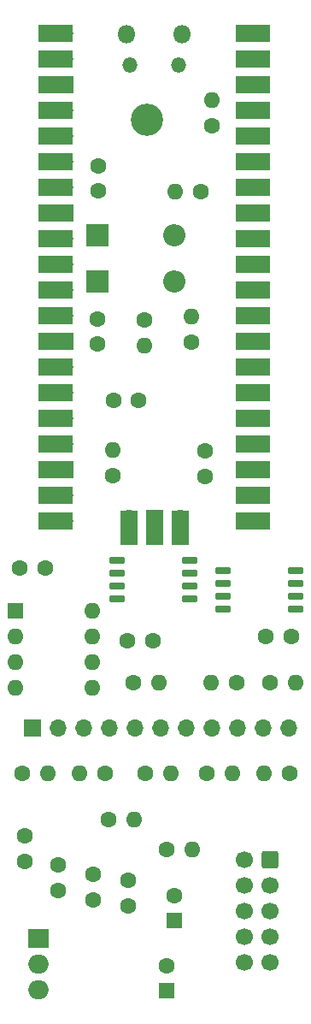
<source format=gbr>
%TF.GenerationSoftware,KiCad,Pcbnew,(6.0.7)*%
%TF.CreationDate,2023-02-07T22:21:13+09:00*%
%TF.ProjectId,scoppy_main,73636f70-7079-45f6-9d61-696e2e6b6963,rev?*%
%TF.SameCoordinates,Original*%
%TF.FileFunction,Soldermask,Bot*%
%TF.FilePolarity,Negative*%
%FSLAX46Y46*%
G04 Gerber Fmt 4.6, Leading zero omitted, Abs format (unit mm)*
G04 Created by KiCad (PCBNEW (6.0.7)) date 2023-02-07 22:21:13*
%MOMM*%
%LPD*%
G01*
G04 APERTURE LIST*
G04 Aperture macros list*
%AMRoundRect*
0 Rectangle with rounded corners*
0 $1 Rounding radius*
0 $2 $3 $4 $5 $6 $7 $8 $9 X,Y pos of 4 corners*
0 Add a 4 corners polygon primitive as box body*
4,1,4,$2,$3,$4,$5,$6,$7,$8,$9,$2,$3,0*
0 Add four circle primitives for the rounded corners*
1,1,$1+$1,$2,$3*
1,1,$1+$1,$4,$5*
1,1,$1+$1,$6,$7*
1,1,$1+$1,$8,$9*
0 Add four rect primitives between the rounded corners*
20,1,$1+$1,$2,$3,$4,$5,0*
20,1,$1+$1,$4,$5,$6,$7,0*
20,1,$1+$1,$6,$7,$8,$9,0*
20,1,$1+$1,$8,$9,$2,$3,0*%
G04 Aperture macros list end*
%ADD10C,1.600000*%
%ADD11C,3.200000*%
%ADD12R,2.200000X2.200000*%
%ADD13O,2.200000X2.200000*%
%ADD14O,1.600000X1.600000*%
%ADD15R,1.700000X1.700000*%
%ADD16O,1.700000X1.700000*%
%ADD17R,1.600000X1.600000*%
%ADD18RoundRect,0.150000X-0.650000X-0.150000X0.650000X-0.150000X0.650000X0.150000X-0.650000X0.150000X0*%
%ADD19RoundRect,0.250000X0.600000X0.600000X-0.600000X0.600000X-0.600000X-0.600000X0.600000X-0.600000X0*%
%ADD20C,1.700000*%
%ADD21O,1.500000X1.500000*%
%ADD22O,1.800000X1.800000*%
%ADD23R,3.500000X1.700000*%
%ADD24R,1.700000X3.500000*%
%ADD25RoundRect,0.150000X0.650000X0.150000X-0.650000X0.150000X-0.650000X-0.150000X0.650000X-0.150000X0*%
%ADD26R,2.000000X1.905000*%
%ADD27O,2.000000X1.905000*%
G04 APERTURE END LIST*
D10*
%TO.C,C22*%
X167100000Y-93400000D03*
X167100000Y-90900000D03*
%TD*%
D11*
%TO.C,REF2*%
X172000000Y-71200000D03*
%TD*%
D10*
%TO.C,C19*%
X170100000Y-122800000D03*
X172600000Y-122800000D03*
%TD*%
%TO.C,C2*%
X170200000Y-149000000D03*
X170200000Y-146500000D03*
%TD*%
D12*
%TO.C,D7*%
X167080000Y-87200000D03*
D13*
X174700000Y-87200000D03*
%TD*%
D10*
%TO.C,R22*%
X173955000Y-143400000D03*
D14*
X176495000Y-143400000D03*
%TD*%
D10*
%TO.C,R29*%
X171750000Y-91055000D03*
D14*
X171750000Y-93595000D03*
%TD*%
D10*
%TO.C,R28*%
X178500000Y-71800000D03*
D14*
X178500000Y-69260000D03*
%TD*%
D15*
%TO.C,REF4*%
X160700000Y-131400000D03*
D16*
X163240000Y-131400000D03*
X165780000Y-131400000D03*
X168320000Y-131400000D03*
X170860000Y-131400000D03*
X173400000Y-131400000D03*
X175940000Y-131400000D03*
X178480000Y-131400000D03*
X181020000Y-131400000D03*
X183560000Y-131400000D03*
X186100000Y-131400000D03*
%TD*%
D10*
%TO.C,C12*%
X177800000Y-106500000D03*
X177800000Y-104000000D03*
%TD*%
%TO.C,C13*%
X183800000Y-122300000D03*
X186300000Y-122300000D03*
%TD*%
%TO.C,R10*%
X180900000Y-126900000D03*
D14*
X178360000Y-126900000D03*
%TD*%
D10*
%TO.C,C20*%
X168700000Y-99000000D03*
X171200000Y-99000000D03*
%TD*%
%TO.C,R19*%
X171877500Y-135900000D03*
D14*
X174417500Y-135900000D03*
%TD*%
D10*
%TO.C,C18*%
X159900000Y-144600000D03*
X159900000Y-142100000D03*
%TD*%
%TO.C,R13*%
X184200000Y-126900000D03*
D14*
X186740000Y-126900000D03*
%TD*%
D10*
%TO.C,C7*%
X163200000Y-147450000D03*
X163200000Y-144950000D03*
%TD*%
%TO.C,C23*%
X167200000Y-75750000D03*
X167200000Y-78250000D03*
%TD*%
D17*
%TO.C,U6*%
X159000000Y-119800000D03*
D14*
X159000000Y-122340000D03*
X159000000Y-124880000D03*
X159000000Y-127420000D03*
X166620000Y-127420000D03*
X166620000Y-124880000D03*
X166620000Y-122340000D03*
X166620000Y-119800000D03*
%TD*%
D10*
%TO.C,C11*%
X166700000Y-148400000D03*
X166700000Y-145900000D03*
%TD*%
%TO.C,C17*%
X159450000Y-115600000D03*
X161950000Y-115600000D03*
%TD*%
%TO.C,R24*%
X168600000Y-106400000D03*
D14*
X168600000Y-103860000D03*
%TD*%
D12*
%TO.C,D8*%
X167090000Y-82600000D03*
D13*
X174710000Y-82600000D03*
%TD*%
D10*
%TO.C,R27*%
X176400000Y-93200000D03*
D14*
X176400000Y-90660000D03*
%TD*%
D10*
%TO.C,R11*%
X170655000Y-126900000D03*
D14*
X173195000Y-126900000D03*
%TD*%
D10*
%TO.C,R23*%
X159700000Y-135900000D03*
D14*
X162240000Y-135900000D03*
%TD*%
D10*
%TO.C,R30*%
X177400000Y-78300000D03*
D14*
X174860000Y-78300000D03*
%TD*%
D10*
%TO.C,R20*%
X177966300Y-135900000D03*
D14*
X180506300Y-135900000D03*
%TD*%
D10*
%TO.C,R25*%
X168210000Y-140500000D03*
D14*
X170750000Y-140500000D03*
%TD*%
D10*
%TO.C,R9*%
X167878800Y-135900000D03*
D14*
X165338800Y-135900000D03*
%TD*%
D10*
%TO.C,R26*%
X186145000Y-135900000D03*
D14*
X183605000Y-135900000D03*
%TD*%
D17*
%TO.C,C14*%
X174750000Y-150455100D03*
D10*
X174750000Y-147955100D03*
%TD*%
D17*
%TO.C,C8*%
X174000000Y-157432400D03*
D10*
X174000000Y-154932400D03*
%TD*%
D18*
%TO.C,U5*%
X179600000Y-119605000D03*
X179600000Y-118335000D03*
X179600000Y-117065000D03*
X179600000Y-115795000D03*
X186800000Y-115795000D03*
X186800000Y-117065000D03*
X186800000Y-118335000D03*
X186800000Y-119605000D03*
%TD*%
D19*
%TO.C,J6*%
X184252500Y-144420000D03*
D20*
X181712500Y-144420000D03*
X184252500Y-146960000D03*
X181712500Y-146960000D03*
X184252500Y-149500000D03*
X181712500Y-149500000D03*
X184252500Y-152040000D03*
X181712500Y-152040000D03*
X184252500Y-154580000D03*
X181712500Y-154580000D03*
%TD*%
D21*
%TO.C,U1*%
X170325000Y-65780000D03*
X175175000Y-65780000D03*
D22*
X170025000Y-62750000D03*
X175475000Y-62750000D03*
D16*
X181640000Y-62620000D03*
D23*
X182540000Y-62620000D03*
D16*
X181640000Y-65160000D03*
D23*
X182540000Y-65160000D03*
D15*
X181640000Y-67700000D03*
D23*
X182540000Y-67700000D03*
D16*
X181640000Y-70240000D03*
D23*
X182540000Y-70240000D03*
X182540000Y-72780000D03*
D16*
X181640000Y-72780000D03*
D23*
X182540000Y-75320000D03*
D16*
X181640000Y-75320000D03*
D23*
X182540000Y-77860000D03*
D16*
X181640000Y-77860000D03*
D15*
X181640000Y-80400000D03*
D23*
X182540000Y-80400000D03*
X182540000Y-82940000D03*
D16*
X181640000Y-82940000D03*
D23*
X182540000Y-85480000D03*
D16*
X181640000Y-85480000D03*
D23*
X182540000Y-88020000D03*
D16*
X181640000Y-88020000D03*
D23*
X182540000Y-90560000D03*
D16*
X181640000Y-90560000D03*
D23*
X182540000Y-93100000D03*
D15*
X181640000Y-93100000D03*
D23*
X182540000Y-95640000D03*
D16*
X181640000Y-95640000D03*
D23*
X182540000Y-98180000D03*
D16*
X181640000Y-98180000D03*
X181640000Y-100720000D03*
D23*
X182540000Y-100720000D03*
D16*
X181640000Y-103260000D03*
D23*
X182540000Y-103260000D03*
D15*
X181640000Y-105800000D03*
D23*
X182540000Y-105800000D03*
D16*
X181640000Y-108340000D03*
D23*
X182540000Y-108340000D03*
D16*
X181640000Y-110880000D03*
D23*
X182540000Y-110880000D03*
D16*
X163860000Y-110880000D03*
D23*
X162960000Y-110880000D03*
X162960000Y-108340000D03*
D16*
X163860000Y-108340000D03*
D15*
X163860000Y-105800000D03*
D23*
X162960000Y-105800000D03*
D16*
X163860000Y-103260000D03*
D23*
X162960000Y-103260000D03*
D16*
X163860000Y-100720000D03*
D23*
X162960000Y-100720000D03*
X162960000Y-98180000D03*
D16*
X163860000Y-98180000D03*
D23*
X162960000Y-95640000D03*
D16*
X163860000Y-95640000D03*
D23*
X162960000Y-93100000D03*
D15*
X163860000Y-93100000D03*
D23*
X162960000Y-90560000D03*
D16*
X163860000Y-90560000D03*
D23*
X162960000Y-88020000D03*
D16*
X163860000Y-88020000D03*
X163860000Y-85480000D03*
D23*
X162960000Y-85480000D03*
D16*
X163860000Y-82940000D03*
D23*
X162960000Y-82940000D03*
X162960000Y-80400000D03*
D15*
X163860000Y-80400000D03*
D23*
X162960000Y-77860000D03*
D16*
X163860000Y-77860000D03*
D23*
X162960000Y-75320000D03*
D16*
X163860000Y-75320000D03*
D23*
X162960000Y-72780000D03*
D16*
X163860000Y-72780000D03*
X163860000Y-70240000D03*
D23*
X162960000Y-70240000D03*
D15*
X163860000Y-67700000D03*
D23*
X162960000Y-67700000D03*
D16*
X163860000Y-65160000D03*
D23*
X162960000Y-65160000D03*
D16*
X163860000Y-62620000D03*
D23*
X162960000Y-62620000D03*
D16*
X175290000Y-110650000D03*
D24*
X175290000Y-111550000D03*
X172750000Y-111550000D03*
D15*
X172750000Y-110650000D03*
D24*
X170210000Y-111550000D03*
D16*
X170210000Y-110650000D03*
%TD*%
D25*
%TO.C,U4*%
X176300000Y-114795000D03*
X176300000Y-116065000D03*
X176300000Y-117335000D03*
X176300000Y-118605000D03*
X169100000Y-118605000D03*
X169100000Y-117335000D03*
X169100000Y-116065000D03*
X169100000Y-114795000D03*
%TD*%
D26*
%TO.C,U3*%
X161250000Y-152250000D03*
D27*
X161250000Y-154790000D03*
X161250000Y-157330000D03*
%TD*%
M02*

</source>
